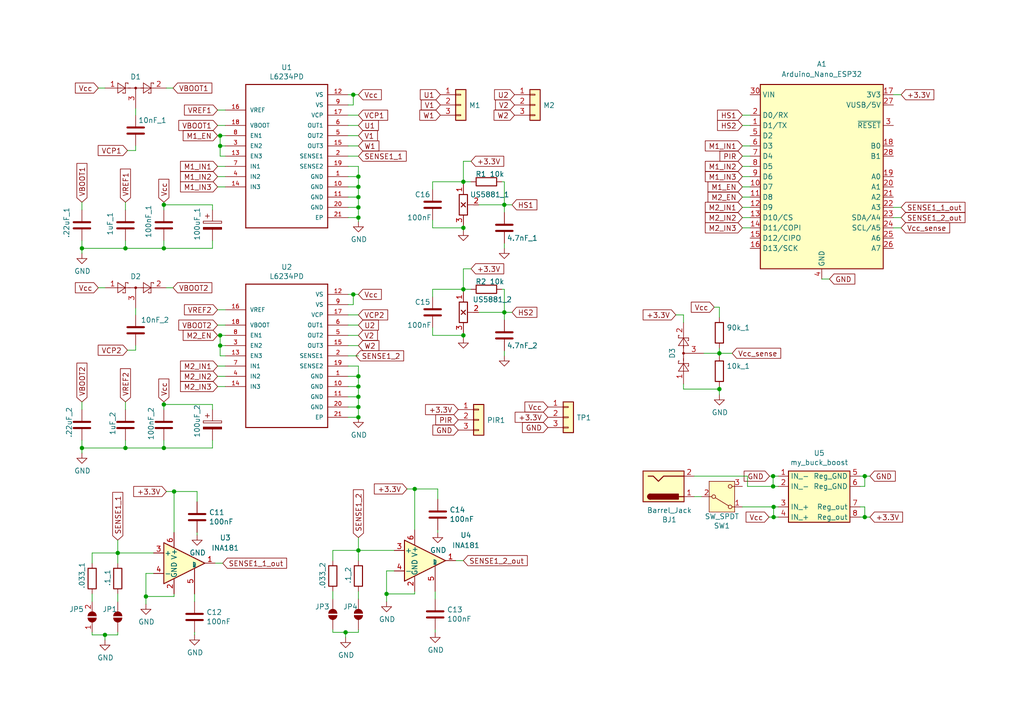
<source format=kicad_sch>
(kicad_sch (version 20231120) (generator "eeschema") (generator_version "8.0")
  (paper "User" 254 177.8)
  (junction (at 114.935 56.515))
  (junction (at 88.9 43.815))
  (junction (at 191.77 118.11))
  (junction (at 29.21 137.16))
  (junction (at 43.18 121.92))
  (junction (at 88.9 100.965))
  (junction (at 191.897 128.27))
  (junction (at 85.725 156.845))
  (junction (at 36.195 147.955))
  (junction (at 88.9 51.435))
  (junction (at 54.61 36.195))
  (junction (at 20.32 61.595))
  (junction (at 31.115 111.125))
  (junction (at 31.115 61.595))
  (junction (at 88.9 95.885))
  (junction (at 178.435 96.52))
  (junction (at 95.885 147.32))
  (junction (at 191.897 125.73))
  (junction (at 88.9 48.895))
  (junction (at 125.095 50.8))
  (junction (at 87.63 23.495))
  (junction (at 88.9 46.355))
  (junction (at 214.503 118.11))
  (junction (at 125.095 77.47))
  (junction (at 87.63 73.025))
  (junction (at 114.935 83.185))
  (junction (at 88.9 136.525))
  (junction (at 88.9 53.975))
  (junction (at 54.61 85.725))
  (junction (at 40.64 111.125))
  (junction (at 102.87 121.285))
  (junction (at 40.64 50.8))
  (junction (at 114.935 45.085))
  (junction (at 26.035 157.48))
  (junction (at 40.64 61.595))
  (junction (at 88.9 98.425))
  (junction (at 178.435 87.63))
  (junction (at 88.9 103.505))
  (junction (at 20.32 111.125))
  (junction (at 214.503 128.27))
  (junction (at 191.77 120.65))
  (junction (at 54.61 33.655))
  (junction (at 54.61 83.185))
  (junction (at 40.64 100.33))
  (junction (at 114.935 71.755))
  (junction (at 88.9 93.345))
  (wire (pts (xy 22.86 137.16) (xy 29.21 137.16)))
  (wire (pts (xy 29.21 147.32) (xy 29.21 149.225)))
  (wire (pts (xy 86.36 98.425) (xy 88.9 98.425)))
  (wire (pts (xy 88.9 51.435) (xy 86.36 51.435)))
  (wire (pts (xy 178.435 87.63) (xy 181.61 87.63)))
  (wire (pts (xy 38.1 137.16) (xy 29.21 137.16)))
  (wire (pts (xy 86.36 31.115) (xy 88.9 31.115)))
  (wire (pts (xy 85.725 156.845) (xy 88.9 156.845)))
  (wire (pts (xy 43.18 147.32) (xy 43.18 147.955)))
  (wire (pts (xy 186.055 51.435) (xy 184.15 51.435)))
  (wire (pts (xy 53.975 83.185) (xy 54.61 83.185)))
  (wire (pts (xy 86.36 28.575) (xy 88.9 28.575)))
  (wire (pts (xy 87.63 23.495) (xy 87.63 26.035)))
  (wire (pts (xy 26.035 158.75) (xy 26.035 157.48)))
  (wire (pts (xy 48.26 156.845) (xy 48.26 157.48)))
  (wire (pts (xy 125.095 50.8) (xy 127 50.8)))
  (wire (pts (xy 177.165 76.2) (xy 178.435 76.2)))
  (wire (pts (xy 87.63 26.035) (xy 86.36 26.035)))
  (wire (pts (xy 29.21 133.985) (xy 29.21 137.16)))
  (wire (pts (xy 191.77 120.65) (xy 185.42 120.65)))
  (wire (pts (xy 86.36 41.275) (xy 88.9 41.275)))
  (wire (pts (xy 31.115 111.125) (xy 20.32 111.125)))
  (wire (pts (xy 114.935 45.085) (xy 107.315 45.085)))
  (wire (pts (xy 24.384 21.844) (xy 26.035 21.844)))
  (wire (pts (xy 97.79 136.525) (xy 88.9 136.525)))
  (wire (pts (xy 86.36 33.655) (xy 88.9 33.655)))
  (wire (pts (xy 55.88 90.805) (xy 53.975 90.805)))
  (wire (pts (xy 88.9 53.975) (xy 88.9 51.435)))
  (wire (pts (xy 186.055 28.575) (xy 184.15 28.575)))
  (wire (pts (xy 53.975 80.645) (xy 55.88 80.645)))
  (wire (pts (xy 22.86 157.48) (xy 26.035 157.48)))
  (wire (pts (xy 114.935 57.15) (xy 114.935 56.515)))
  (wire (pts (xy 22.86 156.845) (xy 22.86 157.48)))
  (wire (pts (xy 52.705 52.07) (xy 52.705 50.8)))
  (wire (pts (xy 31.115 52.07) (xy 31.115 50.165)))
  (wire (pts (xy 31.115 101.6) (xy 31.115 99.695)))
  (wire (pts (xy 125.095 60.325) (xy 125.095 61.595)))
  (wire (pts (xy 191.77 120.65) (xy 191.77 118.11)))
  (wire (pts (xy 86.36 103.505) (xy 88.9 103.505)))
  (wire (pts (xy 88.9 136.525) (xy 88.9 139.065)))
  (wire (pts (xy 178.435 76.2) (xy 178.435 78.74)))
  (wire (pts (xy 88.9 48.895) (xy 88.9 51.435)))
  (wire (pts (xy 54.61 33.655) (xy 54.61 36.195)))
  (wire (pts (xy 48.895 132.08) (xy 48.895 132.715)))
  (wire (pts (xy 31.115 59.69) (xy 31.115 61.595)))
  (wire (pts (xy 29.21 137.16) (xy 29.21 139.7)))
  (wire (pts (xy 125.095 86.995) (xy 125.095 88.265)))
  (wire (pts (xy 116.84 40.005) (xy 114.935 40.005)))
  (wire (pts (xy 40.64 99.695) (xy 40.64 100.33)))
  (wire (pts (xy 52.705 101.6) (xy 52.705 100.33)))
  (wire (pts (xy 40.64 50.8) (xy 40.64 52.07)))
  (wire (pts (xy 53.975 27.305) (xy 55.88 27.305)))
  (wire (pts (xy 184.15 38.735) (xy 186.055 38.735)))
  (wire (pts (xy 86.36 46.355) (xy 88.9 46.355)))
  (wire (pts (xy 107.95 146.685) (xy 107.95 148.59)))
  (wire (pts (xy 43.18 121.92) (xy 43.18 132.08)))
  (wire (pts (xy 40.64 61.595) (xy 31.115 61.595)))
  (wire (pts (xy 48.895 124.46) (xy 48.895 121.92)))
  (wire (pts (xy 214.503 118.11) (xy 215.773 118.11)))
  (wire (pts (xy 107.315 56.515) (xy 114.935 56.515)))
  (wire (pts (xy 86.36 80.645) (xy 88.9 80.645)))
  (wire (pts (xy 86.36 36.195) (xy 88.9 36.195)))
  (wire (pts (xy 173.99 123.19) (xy 172.212 123.19)))
  (wire (pts (xy 33.655 28.575) (xy 33.655 26.924)))
  (wire (pts (xy 221.615 23.495) (xy 223.52 23.495)))
  (wire (pts (xy 36.195 142.24) (xy 36.195 147.955)))
  (wire (pts (xy 213.36 118.11) (xy 214.503 118.11)))
  (wire (pts (xy 54.61 88.265) (xy 55.88 88.265)))
  (wire (pts (xy 86.36 43.815) (xy 88.9 43.815)))
  (wire (pts (xy 214.503 120.65) (xy 214.503 118.11)))
  (wire (pts (xy 55.88 33.655) (xy 54.61 33.655)))
  (wire (pts (xy 102.87 147.32) (xy 95.885 147.32)))
  (wire (pts (xy 22.86 139.7) (xy 22.86 137.16)))
  (wire (pts (xy 190.754 128.27) (xy 191.897 128.27)))
  (wire (pts (xy 22.86 147.32) (xy 22.86 149.225)))
  (wire (pts (xy 185.42 118.11) (xy 172.212 118.11)))
  (wire (pts (xy 82.55 139.065) (xy 82.55 136.525)))
  (wire (pts (xy 214.503 128.27) (xy 213.36 128.27)))
  (wire (pts (xy 107.315 71.755) (xy 107.315 73.66)))
  (wire (pts (xy 108.585 123.825) (xy 108.585 121.285)))
  (wire (pts (xy 55.88 41.275) (xy 53.975 41.275)))
  (wire (pts (xy 48.26 147.32) (xy 48.26 149.225)))
  (wire (pts (xy 88.9 73.025) (xy 87.63 73.025)))
  (wire (pts (xy 24.384 71.374) (xy 26.035 71.374)))
  (wire (pts (xy 114.935 66.675) (xy 114.935 71.755)))
  (wire (pts (xy 52.705 50.8) (xy 40.64 50.8)))
  (wire (pts (xy 107.95 156.21) (xy 107.95 156.845)))
  (wire (pts (xy 20.32 62.865) (xy 20.32 61.595)))
  (wire (pts (xy 88.9 41.275) (xy 88.9 43.815)))
  (wire (pts (xy 191.897 125.73) (xy 193.04 125.73)))
  (wire (pts (xy 169.545 96.52) (xy 178.435 96.52)))
  (wire (pts (xy 221.615 53.975) (xy 223.52 53.975)))
  (wire (pts (xy 40.64 111.125) (xy 31.115 111.125)))
  (wire (pts (xy 178.435 86.36) (xy 178.435 87.63)))
  (wire (pts (xy 100.965 121.285) (xy 102.87 121.285)))
  (wire (pts (xy 88.9 146.685) (xy 88.9 148.59)))
  (wire (pts (xy 86.36 83.185) (xy 88.9 83.185)))
  (wire (pts (xy 87.63 73.025) (xy 87.63 75.565)))
  (wire (pts (xy 213.36 120.65) (xy 214.503 120.65)))
  (wire (pts (xy 53.975 33.655) (xy 54.61 33.655)))
  (wire (pts (xy 97.79 141.605) (xy 95.885 141.605)))
  (wire (pts (xy 55.88 83.185) (xy 54.61 83.185)))
  (wire (pts (xy 86.36 38.735) (xy 88.9 38.735)))
  (wire (pts (xy 186.055 36.195) (xy 184.15 36.195)))
  (wire (pts (xy 88.9 46.355) (xy 88.9 48.895)))
  (wire (pts (xy 29.21 156.845) (xy 29.21 157.48)))
  (wire (pts (xy 43.18 147.955) (xy 36.195 147.955)))
  (wire (pts (xy 88.9 100.965) (xy 86.36 100.965)))
  (wire (pts (xy 55.88 93.345) (xy 53.975 93.345)))
  (wire (pts (xy 193.04 118.11) (xy 191.77 118.11)))
  (wire (pts (xy 53.975 31.115) (xy 55.88 31.115)))
  (wire (pts (xy 205.74 69.215) (xy 203.835 69.215)))
  (wire (pts (xy 215.773 128.27) (xy 214.503 128.27)))
  (wire (pts (xy 52.705 109.22) (xy 52.705 111.125)))
  (wire (pts (xy 88.9 93.345) (xy 88.9 95.885)))
  (wire (pts (xy 31.115 109.22) (xy 31.115 111.125)))
  (wire (pts (xy 38.1 142.24) (xy 36.195 142.24)))
  (wire (pts (xy 86.36 48.895) (xy 88.9 48.895)))
  (wire (pts (xy 185.42 120.65) (xy 185.42 118.11)))
  (wire (pts (xy 53.975 76.835) (xy 55.88 76.835)))
  (wire (pts (xy 88.9 54.991) (xy 88.9 53.975)))
  (wire (pts (xy 193.04 120.65) (xy 191.77 120.65)))
  (wire (pts (xy 125.095 45.085) (xy 125.095 50.8)))
  (wire (pts (xy 40.64 50.165) (xy 40.64 50.8)))
  (wire (pts (xy 82.55 146.685) (xy 82.55 148.59)))
  (wire (pts (xy 88.9 95.885) (xy 88.9 98.425)))
  (wire (pts (xy 86.36 95.885) (xy 88.9 95.885)))
  (wire (pts (xy 40.64 59.69) (xy 40.64 61.595)))
  (wire (pts (xy 191.897 128.27) (xy 193.04 128.27)))
  (wire (pts (xy 86.36 85.725) (xy 88.9 85.725)))
  (wire (pts (xy 174.625 87.63) (xy 178.435 87.63)))
  (wire (pts (xy 85.725 156.845) (xy 82.55 156.845)))
  (wire (pts (xy 40.64 100.33) (xy 40.64 101.6)))
  (wire (pts (xy 114.935 45.085) (xy 116.84 45.085)))
  (wire (pts (xy 88.9 90.805) (xy 88.9 93.345)))
  (wire (pts (xy 88.9 43.815) (xy 88.9 46.355)))
  (wire (pts (xy 41.275 121.92) (xy 43.18 121.92)))
  (wire (pts (xy 54.61 83.185) (xy 54.61 85.725)))
  (wire (pts (xy 186.055 53.975) (xy 184.15 53.975)))
  (wire (pts (xy 125.095 50.8) (xy 125.095 52.705)))
  (wire (pts (xy 95.885 141.605) (xy 95.885 147.32)))
  (wire (pts (xy 108.585 121.285) (xy 102.87 121.285)))
  (wire (pts (xy 107.315 54.61) (xy 107.315 56.515)))
  (wire (pts (xy 55.88 85.725) (xy 54.61 85.725)))
  (wire (pts (xy 118.745 50.8) (xy 125.095 50.8)))
  (wire (pts (xy 86.36 93.345) (xy 88.9 93.345)))
  (wire (pts (xy 20.32 101.6) (xy 20.32 99.695)))
  (wire (pts (xy 221.615 51.435) (xy 223.52 51.435)))
  (wire (pts (xy 124.46 45.085) (xy 125.095 45.085)))
  (wire (pts (xy 33.655 78.105) (xy 33.655 76.454)))
  (wire (pts (xy 108.585 131.445) (xy 108.585 132.08)))
  (wire (pts (xy 114.935 71.755) (xy 116.84 71.755)))
  (wire (pts (xy 88.9 103.505) (xy 88.9 100.965)))
  (wire (pts (xy 114.935 72.39) (xy 114.935 71.755)))
  (wire (pts (xy 86.36 88.265) (xy 88.9 88.265)))
  (wire (pts (xy 169.545 80.01) (xy 169.545 78.105)))
  (wire (pts (xy 95.885 147.32) (xy 95.885 149.225)))
  (wire (pts (xy 214.503 125.73) (xy 214.503 128.27)))
  (wire (pts (xy 88.9 156.21) (xy 88.9 156.845)))
  (wire (pts (xy 186.055 41.275) (xy 184.15 41.275)))
  (wire (pts (xy 42.926 71.374) (xy 41.275 71.374)))
  (wire (pts (xy 113.03 139.065) (xy 114.935 139.065)))
  (wire (pts (xy 55.88 46.355) (xy 53.975 46.355)))
  (wire (pts (xy 54.61 36.195) (xy 54.61 38.735)))
  (wire (pts (xy 20.32 61.595) (xy 20.32 59.69)))
  (wire (pts (xy 87.63 75.565) (xy 86.36 75.565)))
  (wire (pts (xy 169.545 78.105) (xy 167.64 78.105)))
  (wire (pts (xy 42.926 21.844) (xy 41.275 21.844)))
  (wire (pts (xy 33.655 86.868) (xy 33.655 85.725)))
  (wire (pts (xy 102.87 121.285) (xy 102.87 131.445)))
  (wire (pts (xy 54.61 85.725) (xy 54.61 88.265)))
  (wire (pts (xy 82.55 156.845) (xy 82.55 156.21)))
  (wire (pts (xy 55.88 36.195) (xy 54.61 36.195)))
  (wire (pts (xy 53.34 139.7) (xy 55.245 139.7)))
  (wire (pts (xy 186.055 43.815) (xy 184.15 43.815)))
  (wire (pts (xy 52.705 59.69) (xy 52.705 61.595)))
  (wire (pts (xy 114.935 83.82) (xy 114.935 83.185)))
  (wire (pts (xy 184.15 48.895) (xy 186.055 48.895)))
  (wire (pts (xy 114.935 45.72) (xy 114.935 45.085)))
  (wire (pts (xy 85.725 158.115) (xy 85.725 156.845)))
  (wire (pts (xy 31.623 37.338) (xy 33.655 37.338)))
  (wire (pts (xy 114.935 83.185) (xy 114.935 82.55)))
  (wire (pts (xy 86.36 23.495) (xy 87.63 23.495)))
  (wire (pts (xy 184.15 46.355) (xy 186.055 46.355)))
  (wire (pts (xy 221.615 56.515) (xy 223.52 56.515)))
  (wire (pts (xy 52.705 100.33) (xy 40.64 100.33)))
  (wire (pts (xy 107.315 83.185) (xy 114.935 83.185)))
  (wire (pts (xy 20.32 52.07) (xy 20.32 50.165)))
  (wire (pts (xy 48.895 121.92) (xy 43.18 121.92)))
  (wire (pts (xy 52.705 111.125) (xy 40.64 111.125)))
  (wire (pts (xy 178.435 95.885) (xy 178.435 96.52)))
  (wire (pts (xy 26.035 157.48) (xy 29.21 157.48)))
  (wire (pts (xy 31.623 86.868) (xy 33.655 86.868)))
  (wire (pts (xy 55.88 95.885) (xy 53.975 95.885)))
  (wire (pts (xy 86.36 53.975) (xy 88.9 53.975)))
  (wire (pts (xy 118.745 77.47) (xy 125.095 77.47)))
  (wire (pts (xy 55.88 43.815) (xy 53.975 43.815)))
  (wire (pts (xy 125.095 77.47) (xy 127 77.47)))
  (wire (pts (xy 107.315 81.28) (xy 107.315 83.185)))
  (wire (pts (xy 178.435 96.52) (xy 178.435 97.917)))
  (wire (pts (xy 88.9 23.495) (xy 87.63 23.495)))
  (wire (pts (xy 86.36 73.025) (xy 87.63 73.025)))
  (wire (pts (xy 184.15 125.73) (xy 191.897 125.73)))
  (wire (pts (xy 40.64 109.22) (xy 40.64 111.125)))
  (wire (pts (xy 82.55 136.525) (xy 88.9 136.525)))
  (wire (pts (xy 125.095 77.47) (xy 125.095 79.375)))
  (wire (pts (xy 114.935 71.755) (xy 107.315 71.755)))
  (wire (pts (xy 36.195 147.955) (xy 36.195 149.86)))
  (wire (pts (xy 114.935 56.515) (xy 114.935 55.88)))
  (wire (pts (xy 124.46 71.755) (xy 125.095 71.755)))
  (wire (pts (xy 31.115 61.595) (xy 20.32 61.595)))
  (wire (pts (xy 116.84 66.675) (xy 114.935 66.675)))
  (wire (pts (xy 88.9 133.35) (xy 88.9 136.525)))
  (wire (pts (xy 54.61 38.735) (xy 55.88 38.735)))
  (wire (pts (xy 20.32 111.125) (xy 20.32 109.22)))
  (wire (pts (xy 213.36 125.73) (xy 214.503 125.73)))
  (wire (pts (xy 191.897 125.73) (xy 191.897 128.27)))
  (wire (pts (xy 186.055 56.515) (xy 184.15 56.515)))
  (wire (pts (xy 52.705 61.595) (xy 40.64 61.595)))
  (wire (pts (xy 125.095 71.755) (xy 125.095 77.47)))
  (wire (pts (xy 114.935 40.005) (xy 114.935 45.085)))
  (wire (pts (xy 169.545 95.25) (xy 169.545 96.52)))
  (wire (pts (xy 88.9 98.425) (xy 88.9 100.965)))
  (wire (pts (xy 102.87 146.685) (xy 102.87 147.32)))
  (wire (pts (xy 86.36 90.805) (xy 88.9 90.805)))
  (wire (pts (xy 33.655 37.338) (xy 33.655 36.195)))
  (wire (pts (xy 86.36 78.105) (xy 88.9 78.105)))
  (wire (pts (xy 184.15 31.115) (xy 186.055 31.115)))
  (wire (pts (xy 191.77 118.11) (xy 190.881 118.11)))
  (wire (pts (xy 20.32 112.395) (xy 20.32 111.125)))
  (wire (pts (xy 178.435 87.63) (xy 178.435 88.265)))
  (wire (pts (xy 107.315 45.085) (xy 107.315 46.99)))
  (global_label "Vcc" (shape input) (at 88.9 73.025 0) (property "Intersheetrefs" "${INTERSHEET_REFS}" (effects (hide yes))))
  (global_label "+3.3V" (shape input) (at 167.64 78.105 180) (property "Intersheetrefs" "${INTERSHEET_REFS}" (effects (hide yes))))
  (global_label "U1" (shape input) (at 88.9 31.115 0) (property "Intersheetrefs" "${INTERSHEET_REFS}" (effects (hide yes))))
  (global_label "V1" (shape input) (at 88.9 33.655 0) (property "Intersheetrefs" "${INTERSHEET_REFS}" (effects (hide yes))))
  (global_label "VCP2" (shape input) (at 31.623 86.868 180) (property "Intersheetrefs" "${INTERSHEET_REFS}" (effects (hide yes))))
  (global_label "Vcc" (shape input) (at 135.89 100.965 180) (property "Intersheetrefs" "${INTERSHEET_REFS}" (effects (hide yes))))
  (global_label "Vcc" (shape input) (at 24.384 21.844 180) (property "Intersheetrefs" "${INTERSHEET_REFS}" (effects (hide yes))))
  (global_label "VREF2" (shape input) (at 53.975 76.835 180) (property "Intersheetrefs" "${INTERSHEET_REFS}" (effects (hide yes))))
  (global_label "Vcc" (shape input) (at 177.165 76.2 180) (property "Intersheetrefs" "${INTERSHEET_REFS}" (effects (hide yes))))
  (global_label "HS1" (shape input) (at 127 50.8 0) (property "Intersheetrefs" "${INTERSHEET_REFS}" (effects (hide yes))))
  (global_label "M2_IN1" (shape input) (at 53.975 90.805 180) (property "Intersheetrefs" "${INTERSHEET_REFS}" (effects (hide yes))))
  (global_label "VBOOT1" (shape input) (at 53.975 31.115 180) (property "Intersheetrefs" "${INTERSHEET_REFS}" (effects (hide yes))))
  (global_label "VREF1" (shape input) (at 31.115 50.165 90) (property "Intersheetrefs" "${INTERSHEET_REFS}" (effects (hide yes))))
  (global_label "SENSE1_1_out" (shape input) (at 55.245 139.7 0) (property "Intersheetrefs" "${INTERSHEET_REFS}" (effects (hide yes))))
  (global_label "Vcc_sense" (shape input) (at 181.61 87.63 0) (property "Intersheetrefs" "${INTERSHEET_REFS}" (effects (hide yes))))
  (global_label "M2_EN" (shape input) (at 184.15 48.895 180) (property "Intersheetrefs" "${INTERSHEET_REFS}" (effects (hide yes))))
  (global_label "M1_IN1" (shape input) (at 184.15 36.195 180) (property "Intersheetrefs" "${INTERSHEET_REFS}" (effects (hide yes))))
  (global_label "M1_EN" (shape input) (at 53.975 33.655 180) (property "Intersheetrefs" "${INTERSHEET_REFS}" (effects (hide yes))))
  (global_label "+3.3V" (shape input) (at 223.52 23.495 0) (property "Intersheetrefs" "${INTERSHEET_REFS}" (effects (hide yes))))
  (global_label "Vcc" (shape input) (at 88.9 23.495 0) (property "Intersheetrefs" "${INTERSHEET_REFS}" (effects (hide yes))))
  (global_label "VBOOT1" (shape input) (at 42.926 21.844 0) (property "Intersheetrefs" "${INTERSHEET_REFS}" (effects (hide yes))))
  (global_label "M2_IN2" (shape input) (at 184.15 53.975 180) (property "Intersheetrefs" "${INTERSHEET_REFS}" (effects (hide yes))))
  (global_label "SENSE1_2_out" (shape input) (at 223.52 53.975 0) (property "Intersheetrefs" "${INTERSHEET_REFS}" (effects (hide yes))))
  (global_label "M1_EN" (shape input) (at 184.15 46.355 180) (property "Intersheetrefs" "${INTERSHEET_REFS}" (effects (hide yes))))
  (global_label "+3.3V" (shape input) (at 135.89 103.505 180) (property "Intersheetrefs" "${INTERSHEET_REFS}" (effects (hide yes))))
  (global_label "+3.3V" (shape input) (at 215.773 128.27 0) (property "Intersheetrefs" "${INTERSHEET_REFS}" (effects (hide yes))))
  (global_label "M1_IN3" (shape input) (at 184.15 43.815 180) (property "Intersheetrefs" "${INTERSHEET_REFS}" (effects (hide yes))))
  (global_label "VBOOT2" (shape input) (at 53.975 80.645 180) (property "Intersheetrefs" "${INTERSHEET_REFS}" (effects (hide yes))))
  (global_label "M1_IN2" (shape input) (at 184.15 41.275 180) (property "Intersheetrefs" "${INTERSHEET_REFS}" (effects (hide yes))))
  (global_label "VCP1" (shape input) (at 88.9 28.575 0) (property "Intersheetrefs" "${INTERSHEET_REFS}" (effects (hide yes))))
  (global_label "VBOOT2" (shape input) (at 42.926 71.374 0) (property "Intersheetrefs" "${INTERSHEET_REFS}" (effects (hide yes))))
  (global_label "PIR" (shape input) (at 184.15 38.735 180) (property "Intersheetrefs" "${INTERSHEET_REFS}" (effects (hide yes))))
  (global_label "Vcc" (shape input) (at 40.64 99.695 90) (property "Intersheetrefs" "${INTERSHEET_REFS}" (effects (hide yes))))
  (global_label "VREF2" (shape input) (at 31.115 99.695 90) (property "Intersheetrefs" "${INTERSHEET_REFS}" (effects (hide yes))))
  (global_label "GND" (shape input) (at 215.773 118.11 0) (property "Intersheetrefs" "${INTERSHEET_REFS}" (effects (hide yes))))
  (global_label "HS2" (shape input) (at 184.15 31.115 180) (property "Intersheetrefs" "${INTERSHEET_REFS}" (effects (hide yes))))
  (global_label "HS1" (shape input) (at 184.15 28.575 180) (property "Intersheetrefs" "${INTERSHEET_REFS}" (effects (hide yes))))
  (global_label "SENSE1_2" (shape input) (at 88.9 133.35 90) (property "Intersheetrefs" "${INTERSHEET_REFS}" (effects (hide yes))))
  (global_label "M1_IN2" (shape input) (at 53.975 43.815 180) (property "Intersheetrefs" "${INTERSHEET_REFS}" (effects (hide yes))))
  (global_label "SENSE1_2_out" (shape input) (at 114.935 139.065 0) (property "Intersheetrefs" "${INTERSHEET_REFS}" (effects (hide yes))))
  (global_label "Vcc_sense" (shape input) (at 223.52 56.515 0) (property "Intersheetrefs" "${INTERSHEET_REFS}" (effects (hide yes))))
  (global_label "GND" (shape input) (at 135.89 106.045 180) (property "Intersheetrefs" "${INTERSHEET_REFS}" (effects (hide yes))))
  (global_label "U2" (shape input) (at 127.635 23.495 180) (property "Intersheetrefs" "${INTERSHEET_REFS}" (effects (hide yes))))
  (global_label "VREF1" (shape input) (at 53.975 27.305 180) (property "Intersheetrefs" "${INTERSHEET_REFS}" (effects (hide yes))))
  (global_label "VBOOT1" (shape input) (at 20.32 50.165 90) (property "Intersheetrefs" "${INTERSHEET_REFS}" (effects (hide yes))))
  (global_label "M2_IN3" (shape input) (at 53.975 95.885 180) (property "Intersheetrefs" "${INTERSHEET_REFS}" (effects (hide yes))))
  (global_label "M2_IN2" (shape input) (at 53.975 93.345 180) (property "Intersheetrefs" "${INTERSHEET_REFS}" (effects (hide yes))))
  (global_label "GND" (shape input) (at 205.74 69.215 0) (property "Intersheetrefs" "${INTERSHEET_REFS}" (effects (hide yes))))
  (global_label "Vcc" (shape input) (at 40.64 50.165 90) (property "Intersheetrefs" "${INTERSHEET_REFS}" (effects (hide yes))))
  (global_label "SENSE1_2" (shape input) (at 88.265 88.265 0) (property "Intersheetrefs" "${INTERSHEET_REFS}" (effects (hide yes))))
  (global_label "M2_EN" (shape input) (at 53.975 83.185 180) (property "Intersheetrefs" "${INTERSHEET_REFS}" (effects (hide yes))))
  (global_label "SENSE1_1" (shape input) (at 88.9 38.735 0) (property "Intersheetrefs" "${INTERSHEET_REFS}" (effects (hide yes))))
  (global_label "+3.3V" (shape input) (at 41.275 121.92 180) (property "Intersheetrefs" "${INTERSHEET_REFS}" (effects (hide yes))))
  (global_label "VCP1" (shape input) (at 31.623 37.338 180) (property "Intersheetrefs" "${INTERSHEET_REFS}" (effects (hide yes))))
  (global_label "+3.3V" (shape input) (at 113.665 101.6 180) (property "Intersheetrefs" "${INTERSHEET_REFS}" (effects (hide yes))))
  (global_label "U1" (shape input) (at 109.22 23.495 180) (property "Intersheetrefs" "${INTERSHEET_REFS}" (effects (hide yes))))
  (global_label "SENSE1_1" (shape input) (at 29.21 133.985 90) (property "Intersheetrefs" "${INTERSHEET_REFS}" (effects (hide yes))))
  (global_label "VBOOT2" (shape input) (at 20.32 99.695 90) (property "Intersheetrefs" "${INTERSHEET_REFS}" (effects (hide yes))))
  (global_label "V2" (shape input) (at 127.635 26.035 180) (property "Intersheetrefs" "${INTERSHEET_REFS}" (effects (hide yes))))
  (global_label "+3.3V" (shape input) (at 116.84 40.005 0) (property "Intersheetrefs" "${INTERSHEET_REFS}" (effects (hide yes))))
  (global_label "GND" (shape input) (at 113.665 106.68 180) (property "Intersheetrefs" "${INTERSHEET_REFS}" (effects (hide yes))))
  (global_label "+3.3V" (shape input) (at 100.965 121.285 180) (property "Intersheetrefs" "${INTERSHEET_REFS}" (effects (hide yes))))
  (global_label "U2" (shape input) (at 88.9 80.645 0) (property "Intersheetrefs" "${INTERSHEET_REFS}" (effects (hide yes))))
  (global_label "V1" (shape input) (at 109.22 26.035 180) (property "Intersheetrefs" "${INTERSHEET_REFS}" (effects (hide yes))))
  (global_label "W2" (shape input) (at 88.9 85.725 0) (property "Intersheetrefs" "${INTERSHEET_REFS}" (effects (hide yes))))
  (global_label "M1_IN3" (shape input) (at 53.975 46.355 180) (property "Intersheetrefs" "${INTERSHEET_REFS}" (effects (hide yes))))
  (global_label "PIR" (shape input) (at 113.665 104.14 180) (property "Intersheetrefs" "${INTERSHEET_REFS}" (effects (hide yes))))
  (global_label "W2" (shape input) (at 127.635 28.575 180) (property "Intersheetrefs" "${INTERSHEET_REFS}" (effects (hide yes))))
  (global_label "M2_IN3" (shape input) (at 184.15 56.515 180) (property "Intersheetrefs" "${INTERSHEET_REFS}" (effects (hide yes))))
  (global_label "W1" (shape input) (at 88.9 36.195 0) (property "Intersheetrefs" "${INTERSHEET_REFS}" (effects (hide yes))))
  (global_label "Vcc" (shape input) (at 24.384 71.374 180) (property "Intersheetrefs" "${INTERSHEET_REFS}" (effects (hide yes))))
  (global_label "W1" (shape input) (at 109.22 28.575 180) (property "Intersheetrefs" "${INTERSHEET_REFS}" (effects (hide yes))))
  (global_label "+3.3V" (shape input) (at 116.84 66.675 0) (property "Intersheetrefs" "${INTERSHEET_REFS}" (effects (hide yes))))
  (global_label "M2_IN1" (shape input) (at 184.15 51.435 180) (property "Intersheetrefs" "${INTERSHEET_REFS}" (effects (hide yes))))
  (global_label "HS2" (shape input) (at 127 77.47 0) (property "Intersheetrefs" "${INTERSHEET_REFS}" (effects (hide yes))))
  (global_label "V2" (shape input) (at 88.9 83.185 0) (property "Intersheetrefs" "${INTERSHEET_REFS}" (effects (hide yes))))
  (global_label "Vcc" (shape input) (at 190.754 128.27 180) (property "Intersheetrefs" "${INTERSHEET_REFS}" (effects (hide yes))))
  (global_label "VCP2" (shape input) (at 88.9 78.105 0) (property "Intersheetrefs" "${INTERSHEET_REFS}" (effects (hide yes))))
  (global_label "GND" (shape input) (at 190.881 118.11 180) (property "Intersheetrefs" "${INTERSHEET_REFS}" (effects (hide yes))))
  (global_label "SENSE1_1_out" (shape input) (at 223.52 51.435 0) (property "Intersheetrefs" "${INTERSHEET_REFS}" (effects (hide yes))))
  (global_label "M1_IN1" (shape input) (at 53.975 41.275 180) (property "Intersheetrefs" "${INTERSHEET_REFS}" (effects (hide yes))))
  (symbol (lib_id "two_motor_driver-rescue:BAT54S-Diode") (at 33.655 21.844 0) (unit 1)
    (property "Reference" "D1" (at 33.655 19.05 0))
    (property "Value" "BAT54S" (effects (hide yes)))
    (property "Footprint" "Package_TO_SOT_SMD:SOT-23-3" (effects (hide yes)))
    (property "Datasheet" "https://www.mouser.com/ProductDetail/ON-Semiconductor/BAT54SLT1G?qs=sGAEpiMZZMtQ8nqTKtFS%2FCKUxMvjsmGzmkUbaMfK3Po%3D" (effects (hide yes)))
    (property "P/N" "863-BAT54SLT1G" (effects (hide yes)))
    (property "Group#" "7" (effects (hide yes)))
  )
  (symbol (lib_id "Device:C") (at 33.655 32.385 0) (unit 1)
    (property "Reference" "10nF_1" (at 34.29 29.845 0) (effects (justify left)))
    (property "Value" "10nF" (effects (hide yes)))
    (property "Footprint" "Capacitor_SMD:C_0805_2012Metric" (effects (hide yes)))
    (property "Datasheet" "https://www.mouser.com/ProductDetail/TDK/C2012X7R2E103K125AA?qs=NRhsANhppD%2FvPjIeAxskbg%3D%3D" (effects (hide yes)))
    (property "P/N" "810-C2012X7R2E103K" (effects (hide yes)))
    (property "Group#" "3" (effects (hide yes)))
  )
  (symbol (lib_id "two_motor_driver-rescue:my_buck_boost-Regulator_Switching") (at 203.2 121.92 0) (unit 1)
    (property "Reference" "U5" (at 203.2 112.395 0))
    (property "Value" "my_buck_boost" (at 203.2 114.7064 0))
    (property "Footprint" "Converter_DCDC:my_buck_boost" (effects (hide yes)))
  )
  (symbol (lib_id "Device:C") (at 20.32 55.88 0) (unit 1)
    (property "Reference" ".22uF_1" (at 16.51 59.055 90) (effects (justify left)))
    (property "Value" ".22uF" (effects (hide yes)))
    (property "Footprint" "Capacitor_SMD:C_0805_2012Metric" (effects (hide yes)))
    (property "Datasheet" "https://www.mouser.com/ProductDetail/TDK/C2012X7S2A224M085AE?qs=LcTL%2F5vFEzGy9Q3PBHOR0w%3D%3D" (effects (hide yes)))
    (property "P/N" "810-C2012X7S2A224MST" (effects (hide yes)))
    (property "Group#" "2" (effects (hide yes)))
  )
  (symbol (lib_id "Device:C") (at 31.115 55.88 0) (unit 1)
    (property "Reference" "1uF_1" (at 27.305 58.42 90) (effects (justify left)))
    (property "Value" "1uF" (effects (hide yes)))
    (property "Footprint" "Capacitor_SMD:C_0805_2012Metric" (effects (hide yes)))
    (property "Datasheet" "https://www.mouser.com/ProductDetail/TDK/C2012X7R1V105K125AE?qs=nQSIdc08i%252Bc2UmzXTYhwlg%3D%3D" (effects (hide yes)))
    (property "P/N" "810-C2012X7R1V105KAE" (effects (hide yes)))
    (property "Group#" "4" (effects (hide yes)))
  )
  (symbol (lib_id "Device:C") (at 40.64 55.88 0) (unit 1)
    (property "Reference" "100nF_1" (at 36.83 59.055 90) (effects (justify left)))
    (property "Value" "100nF" (effects (hide yes)))
    (property "Footprint" "Capacitor_SMD:C_0805_2012Metric" (effects (hide yes)))
    (property "Datasheet" "https://www.mouser.com/ProductDetail/TDK/C2012X7R2A104K125AA?qs=NRhsANhppD9J0ZsT2%2Fo%2F7Q%3D%3D" (effects (hide yes)))
    (property "P/N" "810-C2012X7R2A104K" (effects (hide yes)))
    (property "Group#" "5" (effects (hide yes)))
  )
  (symbol (lib_id "two_motor_driver-rescue:CP-Device") (at 52.705 55.88 0) (unit 1)
    (property "Reference" "100uF_1" (at 48.895 59.69 90) (effects (justify left)))
    (property "Value" "100uF" (effects (hide yes)))
    (property "Footprint" "Capacitor_SMD:C_1210_3225Metric" (effects (hide yes)))
    (property "Datasheet" "https://www.mouser.com/ProductDetail/KEMET/C1210C107M4PACTU?qs=4CENsdmUdAqKmxk0kizTgg%3D%3D" (effects (hide yes)))
    (property "P/N" "80-C1210C107M4PACTU" (effects (hide yes)))
    (property "Group#" "6" (effects (hide yes)))
  )
  (symbol (lib_id "two_motor_driver-rescue:GND-power") (at 20.32 62.865 0) (unit 1)
    (property "Reference" "#PWR0101" (effects (hide yes)))
    (property "Value" "GND" (at 20.447 67.2592 0))
  )
  (symbol (lib_id "two_motor_driver-rescue:GND-power") (at 88.9 54.991 0) (unit 1)
    (property "Reference" "#PWR0117" (effects (hide yes)))
    (property "Value" "GND" (at 89.027 59.3852 0))
  )
  (symbol (lib_id "two_motor_driver-rescue:L6234PD-L6234PD") (at 71.12 38.735 0) (unit 1)
    (property "Reference" "U1" (at 71.12 16.7132 0))
    (property "Value" "L6234PD" (at 71.12 19.0246 0))
    (property "Footprint" "SOIC127P1420X360-21N" (effects (hide yes)))
    (property "Datasheet" "https://www.mouser.com/ProductDetail/STMicroelectronics/L6234PD013TR?qs=sGAEpiMZZMtKB4wrjsn3lQVvA8Fh1xC9w8nZHSqEsqw%3D" (effects (hide yes)))
    (property "Field7" "L6234PD" (effects (hide yes)))
    (property "P/N" "511-L6234PD013TR" (effects (hide yes)))
    (property "Group#" "14" (effects (hide yes)))
  )
  (symbol (lib_id "Connector:Barrel_Jack") (at 164.592 120.65 0) (mirror x) (unit 1)
    (property "Reference" "BJ1" (at 166.0398 128.905 0))
    (property "Value" "Barrel_Jack" (at 166.0398 126.5936 0))
    (property "Footprint" "Connector_BarrelJack:BarrelJack_CUI_PJ-063AH_Horizontal" (effects (hide yes)))
    (property "Datasheet" "https://www.mouser.com/datasheet/2/670/pj-063ah-1312496.pdf" (effects (hide yes)))
    (property "P/N" "490-PJ-063AH" (effects (hide yes)))
    (property "Group#" "1" (effects (hide yes)))
  )
  (symbol (lib_id "Switch:SW_SPDT") (at 179.07 123.19 0) (mirror x) (unit 1)
    (property "Reference" "SW1" (at 179.07 130.429 0))
    (property "Value" "SW_SPDT" (at 179.07 128.1176 0))
    (property "Footprint" "Button_Switch_THT:SW_NKK_BB15AH" (effects (hide yes)))
    (property "Datasheet" "https://www.mouser.com/ProductDetail/NKK-Switches/BB16AH-FA?qs=E3XkhTW0K2HrJGK%2FHHAprQ%3D%3D" (effects (hide yes)))
  )
  (symbol (lib_id "two_motor_driver-rescue:BAT54S-Diode") (at 33.655 71.374 0) (unit 1)
    (property "Reference" "D2" (at 33.655 68.58 0))
    (property "Value" "BAT54S" (effects (hide yes)))
    (property "Footprint" "Package_TO_SOT_SMD:SOT-23-3" (effects (hide yes)))
    (property "Datasheet" "https://www.mouser.com/ProductDetail/ON-Semiconductor/BAT54SLT1G?qs=sGAEpiMZZMtQ8nqTKtFS%2FCKUxMvjsmGzmkUbaMfK3Po%3D" (effects (hide yes)))
    (property "P/N" "863-BAT54SLT1G" (effects (hide yes)))
    (property "Group#" "7" (effects (hide yes)))
  )
  (symbol (lib_id "Device:C") (at 33.655 81.915 0) (unit 1)
    (property "Reference" "10nF_2" (at 34.925 79.375 0) (effects (justify left)))
    (property "Value" "10nF" (effects (hide yes)))
    (property "Footprint" "Capacitor_SMD:C_0805_2012Metric" (effects (hide yes)))
    (property "Datasheet" "https://www.mouser.com/ProductDetail/TDK/C2012X7R2E103K125AA?qs=NRhsANhppD%2FvPjIeAxskbg%3D%3D" (effects (hide yes)))
    (property "P/N" "810-C2012X7R2E103K" (effects (hide yes)))
    (property "Group#" "3" (effects (hide yes)))
  )
  (symbol (lib_id "Device:C") (at 20.32 105.41 0) (unit 1)
    (property "Reference" ".22uF_2" (at 17.145 108.585 90) (effects (justify left)))
    (property "Value" ".22uF" (effects (hide yes)))
    (property "Footprint" "Capacitor_SMD:C_0805_2012Metric" (effects (hide yes)))
    (property "Datasheet" "https://www.mouser.com/ProductDetail/TDK/C2012X7S2A224M085AE?qs=LcTL%2F5vFEzGy9Q3PBHOR0w%3D%3D" (effects (hide yes)))
    (property "P/N" "810-C2012X7S2A224MST" (effects (hide yes)))
    (property "Group#" "2" (effects (hide yes)))
  )
  (symbol (lib_id "Device:C") (at 31.115 105.41 0) (unit 1)
    (property "Reference" "1uF_2" (at 27.94 107.95 90) (effects (justify left)))
    (property "Value" "1uF" (effects (hide yes)))
    (property "Footprint" "Capacitor_SMD:C_0805_2012Metric" (effects (hide yes)))
    (property "Datasheet" "https://www.mouser.com/ProductDetail/TDK/C2012X7R1V105K125AE?qs=nQSIdc08i%252Bc2UmzXTYhwlg%3D%3D" (effects (hide yes)))
    (property "P/N" "810-C2012X7R1V105KAE" (effects (hide yes)))
    (property "Group#" "4" (effects (hide yes)))
  )
  (symbol (lib_id "Device:C") (at 40.64 105.41 0) (unit 1)
    (property "Reference" "100nF_2" (at 37.465 109.22 90) (effects (justify left)))
    (property "Value" "100nF" (effects (hide yes)))
    (property "Footprint" "Capacitor_SMD:C_0805_2012Metric" (effects (hide yes)))
    (property "Datasheet" "https://www.mouser.com/ProductDetail/TDK/C2012X7R2A104K125AA?qs=NRhsANhppD9J0ZsT2%2Fo%2F7Q%3D%3D" (effects (hide yes)))
    (property "P/N" "810-C2012X7R2A104K" (effects (hide yes)))
    (property "Group#" "5" (effects (hide yes)))
  )
  (symbol (lib_id "two_motor_driver-rescue:CP-Device") (at 52.705 105.41 0) (unit 1)
    (property "Reference" "100uF_2" (at 48.895 108.585 90) (effects (justify left)))
    (property "Value" "100uF" (effects (hide yes)))
    (property "Footprint" "Capacitor_SMD:C_1210_3225Metric" (effects (hide yes)))
    (property "Datasheet" "https://www.mouser.com/ProductDetail/KEMET/C1210C107M4PACTU?qs=4CENsdmUdAqKmxk0kizTgg%3D%3D" (effects (hide yes)))
    (property "P/N" "80-C1210C107M4PACTU" (effects (hide yes)))
    (property "Group#" "6" (effects (hide yes)))
  )
  (symbol (lib_id "two_motor_driver-rescue:GND-power") (at 20.32 112.395 0) (unit 1)
    (property "Reference" "#PWR0102" (effects (hide yes)))
    (property "Value" "GND" (at 20.447 116.7892 0))
  )
  (symbol (lib_id "two_motor_driver-rescue:L6234PD-L6234PD") (at 71.12 88.265 0) (unit 1)
    (property "Reference" "U2" (at 71.12 66.2432 0))
    (property "Value" "L6234PD" (at 71.12 68.5546 0))
    (property "Footprint" "SOIC127P1420X360-21N" (effects (hide yes)))
    (property "Datasheet" "https://www.mouser.com/ProductDetail/STMicroelectronics/L6234PD013TR?qs=sGAEpiMZZMtKB4wrjsn3lQVvA8Fh1xC9w8nZHSqEsqw%3D" (effects (hide yes)))
    (property "Field7" "L6234PD" (effects (hide yes)))
    (property "P/N" "511-L6234PD013TR" (effects (hide yes)))
    (property "Group#" "14" (effects (hide yes)))
  )
  (symbol (lib_id "two_motor_driver-rescue:GND-power") (at 88.9 103.505 0) (unit 1)
    (property "Reference" "#PWR0118" (effects (hide yes)))
    (property "Value" "GND" (at 89.027 107.8992 0))
  )
  (symbol (lib_id "Connector_Generic:Conn_01x03") (at 118.745 104.14 0) (unit 1)
    (property "Reference" "PIR1" (at 120.777 104.2416 0) (effects (justify left)))
    (property "Value" "Conn_01x03" (effects (hide yes)))
    (property "Footprint" "Connector_PinHeader_2.54mm:PinHeader_1x03_P2.54mm_Vertical" (effects (hide yes)))
  )
  (symbol (lib_id "two_motor_driver-rescue:hall_effect_three_wire-Device") (at 114.935 77.47 0) (unit 1)
    (property "Reference" "US5881_2" (at 127 74.295 0) (effects (justify right)))
    (property "Value" "hall_effect_three_wire" (effects (hide yes)))
    (property "Footprint" "Sensor_Current:Diodes_SIP-3_4.1x1.5mm_P1.27mm" (effects (hide yes)))
    (property "Datasheet" "https://www.mouser.com/ProductDetail/621-AH183-PG-B" (effects (hide yes)))
    (property "P/N" "621-AH183-PG-B" (effects (hide yes)))
    (property "Group#" "8" (effects (hide yes)))
  )
  (symbol (lib_id "two_motor_driver-rescue:GND-power") (at 114.935 83.82 0) (unit 1)
    (property "Reference" "#PWR0106" (effects (hide yes)))
    (property "Value" "GND" (effects (hide yes)))
  )
  (symbol (lib_id "Device:R") (at 120.65 71.755 90) (unit 1)
    (property "Reference" "R2" (at 120.65 69.85 90) (effects (justify left)))
    (property "Value" "10k" (at 125.095 69.85 90) (effects (justify left)))
    (property "Footprint" "Resistor_SMD:R_0805_2012Metric" (effects (hide yes)))
    (property "Datasheet" "https://www.mouser.com/ProductDetail/ROHM-Semiconductor/ESR10EZPF1002?qs=DyUWGjl%252BcVujU2u8up15oQ%3D%3D" (effects (hide yes)))
    (property "P/N" "755-ESR10EZPF5102" (effects (hide yes)))
    (property "Group#" "11" (effects (hide yes)))
  )
  (symbol (lib_id "Connector_Generic:Conn_01x03") (at 114.3 26.035 0) (unit 1)
    (property "Reference" "M1" (at 116.332 26.1366 0) (effects (justify left)))
    (property "Value" "Conn_01x03" (effects (hide yes)))
    (property "Footprint" "Connector_PinHeader_2.54mm:PinHeader_1x03_P2.54mm_Vertical" (effects (hide yes)))
  )
  (symbol (lib_id "Connector_Generic:Conn_01x03") (at 132.715 26.035 0) (unit 1)
    (property "Reference" "M2" (at 134.747 26.1366 0) (effects (justify left)))
    (property "Value" "Conn_01x03" (effects (hide yes)))
    (property "Footprint" "Connector_PinHeader_2.54mm:PinHeader_1x03_P2.54mm_Vertical" (effects (hide yes)))
  )
  (symbol (lib_id "two_motor_driver-rescue:GND-power") (at 36.195 149.86 0) (unit 1)
    (property "Reference" "#PWR02" (effects (hide yes)))
    (property "Value" "GND" (at 36.322 154.2542 0))
  )
  (symbol (lib_id "Device:R") (at 22.86 143.51 0) (unit 1)
    (property "Reference" ".033_1" (at 20.32 146.05 90) (effects (justify left)))
    (property "Value" ".033 OHM" (effects (hide yes)))
    (property "Footprint" "Resistor_SMD:R_1206_3216Metric" (effects (hide yes)))
    (property "Datasheet" "https://www.mouser.com/ProductDetail/Panasonic/ERJ-8CWFR033V?qs=tfZGHB2PWd0n2jlTaH%252BNjA%3D%3D" (effects (hide yes)))
    (property "P/N" "755-ESR10EZPF91R0" (effects (hide yes)))
    (property "Group#" "12" (effects (hide yes)))
  )
  (symbol (lib_id "Jumper:SolderJumper_2_Open") (at 88.9 152.4 90) (unit 1) (exclude_from_sim yes) (in_bom no)
    (property "Reference" "JP4" (at 85.09 150.495 90) (effects (justify right)))
    (property "Value" "SolderJumper_2_Open" (effects (hide yes)))
    (property "Footprint" "Jumper:SolderJumper-2_P1.3mm_Open_TrianglePad1.0x1.5mm" (effects (hide yes)))
    (property "Description" "Solder Jumper, 2-pole, open" (effects (hide yes)))
  )
  (symbol (lib_id "two_motor_driver-rescue:GND-power") (at 114.935 57.15 0) (unit 1)
    (property "Reference" "#PWR010" (effects (hide yes)))
    (property "Value" "GND" (effects (hide yes)))
  )
  (symbol (lib_id "two_motor_driver-rescue:GND-power") (at 26.035 158.75 0) (unit 1)
    (property "Reference" "#PWR05" (effects (hide yes)))
    (property "Value" "GND" (at 26.162 163.1442 0))
  )
  (symbol (lib_id "Device:C") (at 125.095 83.185 0) (unit 1)
    (property "Reference" "4.7nF_2" (at 125.73 85.725 0) (effects (justify left)))
    (property "Value" "4.7nF" (effects (hide yes)))
    (property "Footprint" "Capacitor_SMD:C_0805_2012Metric" (effects (hide yes)))
    (property "Datasheet" "https://www.mouser.com/ProductDetail/KYOCERA-AVX/KGM21NR71H472JM?qs=Jm2GQyTW%2FbjA%2FouL5kmYhA%3D%3D" (effects (hide yes)))
    (property "P/N" "810-C2012X7R2A104K" (effects (hide yes)))
    (property "Group#" "5" (effects (hide yes)))
  )
  (symbol (lib_id "Connector_Generic:Conn_01x03") (at 140.97 103.505 0) (unit 1)
    (property "Reference" "TP1" (at 143.002 103.6066 0) (effects (justify left)))
    (property "Value" "Conn_01x03" (effects (hide yes)))
    (property "Footprint" "Connector_PinHeader_2.54mm:PinHeader_1x03_P2.54mm_Vertical" (effects (hide yes)))
  )
  (symbol (lib_id "Device:C") (at 125.095 56.515 0) (unit 1)
    (property "Reference" "4.7nF_1" (at 125.73 59.055 0) (effects (justify left)))
    (property "Value" "4.7nF" (effects (hide yes)))
    (property "Footprint" "Capacitor_SMD:C_0805_2012Metric" (effects (hide yes)))
    (property "Datasheet" "https://www.mouser.com/ProductDetail/KYOCERA-AVX/KGM21NR71H472JM?qs=Jm2GQyTW%2FbjA%2FouL5kmYhA%3D%3D" (effects (hide yes)))
    (property "P/N" "810-C2012X7R2A104K" (effects (hide yes)))
    (property "Group#" "5" (effects (hide yes)))
  )
  (symbol (lib_id "Device:R") (at 120.65 45.085 90) (unit 1)
    (property "Reference" "R1" (at 120.65 43.18 90) (effects (justify left)))
    (property "Value" "10k" (at 125.095 43.18 90) (effects (justify left)))
    (property "Footprint" "Resistor_SMD:R_0805_2012Metric" (effects (hide yes)))
    (property "Datasheet" "https://www.mouser.com/ProductDetail/ROHM-Semiconductor/ESR10EZPF1002?qs=DyUWGjl%252BcVujU2u8up15oQ%3D%3D" (effects (hide yes)))
    (property "P/N" "755-ESR10EZPF5102" (effects (hide yes)))
    (property "Group#" "11" (effects (hide yes)))
  )
  (symbol (lib_id "Device:R") (at 88.9 142.875 0) (unit 1)
    (property "Reference" ".1_2" (at 86.36 144.78 90) (effects (justify left)))
    (property "Value" ".1 OHM" (effects (hide yes)))
    (property "Footprint" "Resistor_SMD:R_1206_3216Metric" (effects (hide yes)))
    (property "Datasheet" "https://www.mouser.com/ProductDetail/71-WSL1206R1000FEA" (effects (hide yes)))
    (property "P/N" "755-ESR10EZPF91R0" (effects (hide yes)))
    (property "Group#" "12" (effects (hide yes)))
  )
  (symbol (lib_id "two_motor_driver-rescue:GND-power") (at 85.725 158.115 0) (unit 1)
    (property "Reference" "#PWR06" (effects (hide yes)))
    (property "Value" "GND" (at 85.852 162.5092 0))
  )
  (symbol (lib_id "Device:R") (at 178.435 82.55 0) (unit 1)
    (property "Reference" "90k_1" (at 180.213 81.28 0) (effects (justify left)))
    (property "Value" "90k" (effects (hide yes)))
    (property "Footprint" "Resistor_SMD:R_0805_2012Metric" (effects (hide yes)))
    (property "Datasheet" "https://www.mouser.com/ProductDetail/Vishay/CRCW080590K9FKTA?qs=6fyMJ9%2FiJ9JYxoE6JkCAvQ%3D%3D" (effects (hide yes)))
    (property "P/N" "755-ESR10EZPF1002" (effects (hide yes)))
    (property "Group#" "13" (effects (hide yes)))
  )
  (symbol (lib_id "Device:R") (at 29.21 143.51 0) (unit 1)
    (property "Reference" ".1_1" (at 26.67 145.415 90) (effects (justify left)))
    (property "Value" ".1 OHM" (effects (hide yes)))
    (property "Footprint" "Resistor_SMD:R_1206_3216Metric" (effects (hide yes)))
    (property "Datasheet" "https://www.mouser.com/ProductDetail/71-WSL1206R1000FEA" (effects (hide yes)))
    (property "P/N" "755-ESR10EZPF91R0" (effects (hide yes)))
    (property "Group#" "12" (effects (hide yes)))
  )
  (symbol (lib_id "MCU_Module:Arduino_Nano_ESP32") (at 203.835 43.815 0) (unit 1)
    (property "Reference" "A1" (at 203.835 15.875 0))
    (property "Value" "Arduino_Nano_ESP32" (at 203.835 18.415 0))
    (property "Footprint" "Module:Arduino_Nano" (effects (hide yes)))
    (property "Datasheet" "https://www.mouser.com/ProductDetail/Arduino/ABX00083?qs=ulEaXIWI0c8OkA6u7pnNRA%3D%3D" (effects (hide yes)))
    (property "Description" "Arduino Nano board based on the ESP32-S3 with a dual-core 240 MHz processor, 384 kB ROM, 512 kB SRAM. Operates at 3.3V, with 5V USB-C® input and 6-21V VIN. Features Wi-Fi®, Bluetooth® LE, digital and analog pins, and supports SPI, I2C, UART, I2S, and CAN." (effects (hide yes)))
  )
  (symbol (lib_id "two_motor_driver-rescue:GND-power") (at 48.895 132.715 0) (unit 1)
    (property "Reference" "#PWR01" (effects (hide yes)))
    (property "Value" "GND" (at 49.022 137.1092 0))
  )
  (symbol (lib_id "two_motor_driver-rescue:GND-power") (at 95.885 149.225 0) (unit 1)
    (property "Reference" "#PWR07" (effects (hide yes)))
    (property "Value" "GND" (at 96.012 153.6192 0))
  )
  (symbol (lib_id "Device:C") (at 107.315 50.8 0) (unit 1)
    (property "Reference" "C16" (at 102.87 48.26 0) (effects (justify left)))
    (property "Value" "100nF" (at 100.965 53.975 0) (effects (justify left)))
    (property "Footprint" "Capacitor_SMD:C_0805_2012Metric" (effects (hide yes)))
    (property "Datasheet" "https://www.mouser.com/ProductDetail/TDK/C2012X7R2A104K125AA?qs=NRhsANhppD9J0ZsT2%2Fo%2F7Q%3D%3D" (effects (hide yes)))
    (property "P/N" "810-C2012X7R2A104K" (effects (hide yes)))
    (property "Group#" "5" (effects (hide yes)))
  )
  (symbol (lib_id "Device:C") (at 107.315 77.47 0) (unit 1)
    (property "Reference" "C15" (at 102.87 74.93 0) (effects (justify left)))
    (property "Value" "100nF" (at 100.965 80.645 0) (effects (justify left)))
    (property "Footprint" "Capacitor_SMD:C_0805_2012Metric" (effects (hide yes)))
    (property "Datasheet" "https://www.mouser.com/ProductDetail/TDK/C2012X7R2A104K125AA?qs=NRhsANhppD9J0ZsT2%2Fo%2F7Q%3D%3D" (effects (hide yes)))
    (property "P/N" "810-C2012X7R2A104K" (effects (hide yes)))
    (property "Group#" "5" (effects (hide yes)))
  )
  (symbol (lib_id "two_motor_driver-rescue:GND-power") (at 108.585 132.08 0) (unit 1)
    (property "Reference" "#PWR09" (effects (hide yes)))
    (property "Value" "GND" (at 108.712 136.4742 0))
  )
  (symbol (lib_id "Device:R") (at 82.55 142.875 0) (unit 1)
    (property "Reference" ".033_2" (at 80.01 146.05 90) (effects (justify left)))
    (property "Value" ".033 OHM" (effects (hide yes)))
    (property "Footprint" "Resistor_SMD:R_1206_3216Metric" (effects (hide yes)))
    (property "Datasheet" "https://www.mouser.com/ProductDetail/Panasonic/ERJ-8CWFR033V?qs=tfZGHB2PWd0n2jlTaH%252BNjA%3D%3D" (effects (hide yes)))
    (property "P/N" "755-ESR10EZPF91R0" (effects (hide yes)))
    (property "Group#" "12" (effects (hide yes)))
  )
  (symbol (lib_id "Amplifier_Current:INA181") (at 45.72 139.7 0) (unit 1)
    (property "Reference" "U3" (at 55.88 133.3814 0))
    (property "Value" "INA181" (at 55.88 135.9214 0))
    (property "Footprint" "Package_TO_SOT_SMD:SOT-23-6" (effects (hide yes)))
    (property "Datasheet" "https://www.mouser.com/ProductDetail/Texas-Instruments/INA181A1IDBVR?qs=5aG0NVq1C4wLgDhUNMFt2A%3D%3D" (effects (hide yes)))
    (property "Description" "Bidirectional, Low- and High-Side Voltage Output, Current-Sense Amplifier, SOT-23-6" (effects (hide yes)))
  )
  (symbol (lib_id "two_motor_driver-rescue:GND-power") (at 48.26 157.48 0) (unit 1)
    (property "Reference" "#PWR03" (effects (hide yes)))
    (property "Value" "GND" (at 48.387 161.8742 0))
  )
  (symbol (lib_id "two_motor_driver-rescue:hall_effect_three_wire-Device") (at 114.935 50.8 0) (unit 1)
    (property "Reference" "US5881_1" (at 126.365 48.26 0) (effects (justify right)))
    (property "Value" "hall_effect_three_wire" (effects (hide yes)))
    (property "Footprint" "Sensor_Current:Diodes_SIP-3_4.1x1.5mm_P1.27mm" (effects (hide yes)))
    (property "Datasheet" "https://www.mouser.com/ProductDetail/621-AH183-PG-B" (effects (hide yes)))
    (property "P/N" "621-AH183-PG-B" (effects (hide yes)))
    (property "Group#" "8" (effects (hide yes)))
  )
  (symbol (lib_id "two_motor_driver-rescue:BAT54S-Diode") (at 169.545 87.63 90) (unit 1)
    (property "Reference" "D3" (at 166.751 87.63 0))
    (property "Value" "BAT54S" (effects (hide yes)))
    (property "Footprint" "Package_TO_SOT_SMD:SOT-23-3" (effects (hide yes)))
    (property "Datasheet" "https://www.mouser.com/ProductDetail/ON-Semiconductor/BAT54SLT1G?qs=sGAEpiMZZMtQ8nqTKtFS%2FCKUxMvjsmGzmkUbaMfK3Po%3D" (effects (hide yes)))
    (property "P/N" "863-BAT54SLT1G" (effects (hide yes)))
    (property "Group#" "7" (effects (hide yes)))
  )
  (symbol (lib_id "Device:C") (at 48.895 128.27 0) (unit 1)
    (property "Reference" "C11" (at 51.816 127.1016 0) (effects (justify left)))
    (property "Value" "100nF" (at 51.816 129.413 0) (effects (justify left)))
    (property "Footprint" "Capacitor_SMD:C_0805_2012Metric" (effects (hide yes)))
    (property "Datasheet" "https://www.mouser.com/ProductDetail/TDK/C2012X7R2A104K125AA?qs=NRhsANhppD9J0ZsT2%2Fo%2F7Q%3D%3D" (effects (hide yes)))
    (property "P/N" "810-C2012X7R2A104K" (effects (hide yes)))
    (property "Group#" "5" (effects (hide yes)))
  )
  (symbol (lib_id "Jumper:SolderJumper_2_Open") (at 82.55 152.4 90) (unit 1) (exclude_from_sim yes) (in_bom no)
    (property "Reference" "JP3" (at 78.105 150.495 90) (effects (justify right)))
    (property "Value" "SolderJumper_2_Open" (effects (hide yes)))
    (property "Footprint" "Jumper:SolderJumper-2_P1.3mm_Open_TrianglePad1.0x1.5mm" (effects (hide yes)))
    (property "Description" "Solder Jumper, 2-pole, open" (effects (hide yes)))
  )
  (symbol (lib_name "SolderJumper_2_Open_1") (lib_id "Jumper:SolderJumper_2_Open") (at 22.86 153.035 90) (unit 1) (exclude_from_sim yes) (in_bom no)
    (property "Reference" "JP5" (at 17.145 151.13 90) (effects (justify right)))
    (property "Value" "SolderJumper_2_Open" (effects (hide yes)))
    (property "Footprint" "Jumper:SolderJumper-2_P1.3mm_Open_TrianglePad1.0x1.5mm" (effects (hide yes)))
    (property "Description" "Solder Jumper, 2-pole, open" (effects (hide yes)))
  )
  (symbol (lib_id "two_motor_driver-rescue:GND-power") (at 125.095 88.265 0) (mirror y) (unit 1)
    (property "Reference" "#PWR012" (effects (hide yes)))
    (property "Value" "GND" (effects (hide yes)))
  )
  (symbol (lib_id "Device:C") (at 107.95 152.4 0) (unit 1)
    (property "Reference" "C13" (at 110.871 151.2316 0) (effects (justify left)))
    (property "Value" "100nF" (at 110.871 153.543 0) (effects (justify left)))
    (property "Footprint" "Capacitor_SMD:C_0805_2012Metric" (effects (hide yes)))
    (property "Datasheet" "https://www.mouser.com/ProductDetail/TDK/C2012X7R2A104K125AA?qs=NRhsANhppD9J0ZsT2%2Fo%2F7Q%3D%3D" (effects (hide yes)))
    (property "P/N" "810-C2012X7R2A104K" (effects (hide yes)))
    (property "Group#" "5" (effects (hide yes)))
  )
  (symbol (lib_id "Jumper:SolderJumper_2_Open") (at 29.21 153.035 90) (unit 1) (exclude_from_sim yes) (in_bom no)
    (property "Reference" "JP1" (at 25.4 151.13 90) (effects (justify right)))
    (property "Value" "SolderJumper_2_Open" (effects (hide yes)))
    (property "Footprint" "Jumper:SolderJumper-2_P1.3mm_Open_TrianglePad1.0x1.5mm" (effects (hide yes)))
    (property "Description" "Solder Jumper, 2-pole, open" (effects (hide yes)))
  )
  (symbol (lib_id "Device:C") (at 108.585 127.635 0) (unit 1)
    (property "Reference" "C14" (at 111.506 126.4666 0) (effects (justify left)))
    (property "Value" "100nF" (at 111.506 128.778 0) (effects (justify left)))
    (property "Footprint" "Capacitor_SMD:C_0805_2012Metric" (effects (hide yes)))
    (property "Datasheet" "https://www.mouser.com/ProductDetail/TDK/C2012X7R2A104K125AA?qs=NRhsANhppD9J0ZsT2%2Fo%2F7Q%3D%3D" (effects (hide yes)))
    (property "P/N" "810-C2012X7R2A104K" (effects (hide yes)))
    (property "Group#" "5" (effects (hide yes)))
  )
  (symbol (lib_id "two_motor_driver-rescue:GND-power") (at 125.095 61.595 0) (mirror y) (unit 1)
    (property "Reference" "#PWR011" (effects (hide yes)))
    (property "Value" "GND" (effects (hide yes)))
  )
  (symbol (lib_id "two_motor_driver-rescue:GND-power") (at 107.95 156.845 0) (unit 1)
    (property "Reference" "#PWR08" (effects (hide yes)))
    (property "Value" "GND" (at 108.077 161.2392 0))
  )
  (symbol (lib_id "Device:C") (at 48.26 153.035 0) (unit 1)
    (property "Reference" "C12" (at 51.181 151.8666 0) (effects (justify left)))
    (property "Value" "100nF" (at 51.181 154.178 0) (effects (justify left)))
    (property "Footprint" "Capacitor_SMD:C_0805_2012Metric" (effects (hide yes)))
    (property "Datasheet" "https://www.mouser.com/ProductDetail/TDK/C2012X7R2A104K125AA?qs=NRhsANhppD9J0ZsT2%2Fo%2F7Q%3D%3D" (effects (hide yes)))
    (property "P/N" "810-C2012X7R2A104K" (effects (hide yes)))
    (property "Group#" "5" (effects (hide yes)))
  )
  (symbol (lib_id "Device:R") (at 178.435 92.075 0) (unit 1)
    (property "Reference" "10k_1" (at 180.213 90.805 0) (effects (justify left)))
    (property "Value" "10k" (effects (hide yes)))
    (property "Footprint" "Resistor_SMD:R_0805_2012Metric" (effects (hide yes)))
    (property "Datasheet" "https://www.mouser.com/ProductDetail/ROHM-Semiconductor/ESR10EZPF1002?qs=DyUWGjl%252BcVujU2u8up15oQ%3D%3D" (effects (hide yes)))
    (property "P/N" "755-ESR10EZPF1002" (effects (hide yes)))
    (property "Group#" "13" (effects (hide yes)))
  )
  (symbol (lib_id "two_motor_driver-rescue:GND-power") (at 178.435 97.917 0) (unit 1)
    (property "Reference" "#PWR04" (effects (hide yes)))
    (property "Value" "GND" (at 178.562 102.3112 0))
  )
  (symbol (lib_id "Amplifier_Current:INA181") (at 105.41 139.065 0) (unit 1)
    (property "Reference" "U4" (at 115.57 132.7464 0))
    (property "Value" "INA181" (at 115.57 135.2864 0))
    (property "Footprint" "Package_TO_SOT_SMD:SOT-23-6" (effects (hide yes)))
    (property "Datasheet" "https://www.mouser.com/ProductDetail/Texas-Instruments/INA181A1IDBVR?qs=5aG0NVq1C4wLgDhUNMFt2A%3D%3D" (effects (hide yes)))
    (property "Description" "Bidirectional, Low- and High-Side Voltage Output, Current-Sense Amplifier, SOT-23-6" (effects (hide yes)))
  )
)
</source>
